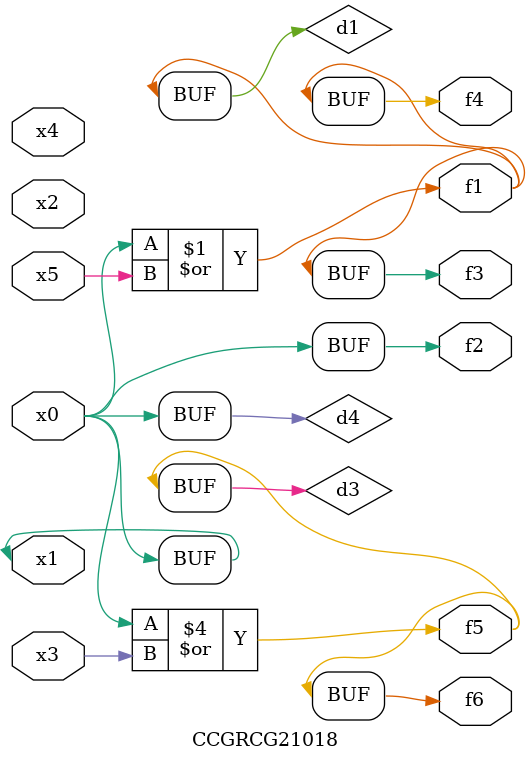
<source format=v>
module CCGRCG21018(
	input x0, x1, x2, x3, x4, x5,
	output f1, f2, f3, f4, f5, f6
);

	wire d1, d2, d3, d4;

	or (d1, x0, x5);
	xnor (d2, x1, x4);
	or (d3, x0, x3);
	buf (d4, x0, x1);
	assign f1 = d1;
	assign f2 = d4;
	assign f3 = d1;
	assign f4 = d1;
	assign f5 = d3;
	assign f6 = d3;
endmodule

</source>
